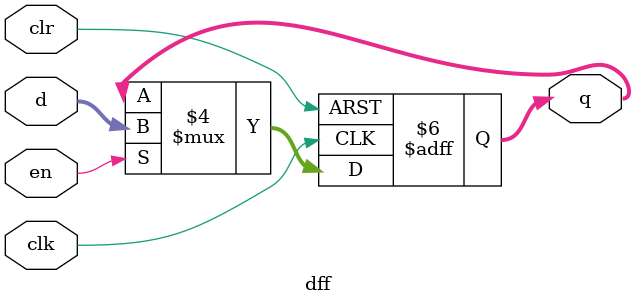
<source format=v>
module dff(
	input wire clk,
	input wire clr,
	input wire en,
	input wire[7:0] d,
	output reg [7:0]q
);

always @(posedge clk or posedge clr)
begin
if (clr == 1'b1) q<=8'b0;
else if (en == 1'b1) q<=d;
end

endmodule
</source>
